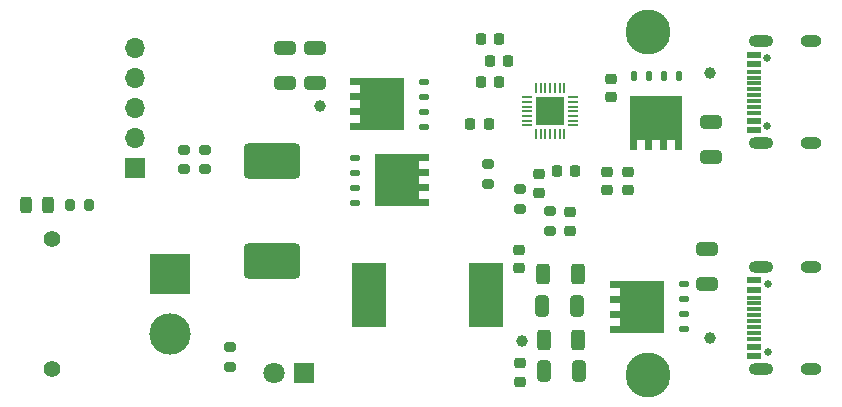
<source format=gts>
G04 #@! TF.GenerationSoftware,KiCad,Pcbnew,8.0.3*
G04 #@! TF.CreationDate,2024-07-01T21:16:25+08:00*
G04 #@! TF.ProjectId,PD board,50442062-6f61-4726-942e-6b696361645f,rev?*
G04 #@! TF.SameCoordinates,Original*
G04 #@! TF.FileFunction,Soldermask,Top*
G04 #@! TF.FilePolarity,Negative*
%FSLAX46Y46*%
G04 Gerber Fmt 4.6, Leading zero omitted, Abs format (unit mm)*
G04 Created by KiCad (PCBNEW 8.0.3) date 2024-07-01 21:16:25*
%MOMM*%
%LPD*%
G01*
G04 APERTURE LIST*
G04 Aperture macros list*
%AMRoundRect*
0 Rectangle with rounded corners*
0 $1 Rounding radius*
0 $2 $3 $4 $5 $6 $7 $8 $9 X,Y pos of 4 corners*
0 Add a 4 corners polygon primitive as box body*
4,1,4,$2,$3,$4,$5,$6,$7,$8,$9,$2,$3,0*
0 Add four circle primitives for the rounded corners*
1,1,$1+$1,$2,$3*
1,1,$1+$1,$4,$5*
1,1,$1+$1,$6,$7*
1,1,$1+$1,$8,$9*
0 Add four rect primitives between the rounded corners*
20,1,$1+$1,$2,$3,$4,$5,0*
20,1,$1+$1,$4,$5,$6,$7,0*
20,1,$1+$1,$6,$7,$8,$9,0*
20,1,$1+$1,$8,$9,$2,$3,0*%
%AMFreePoly0*
4,1,17,2.675000,1.605000,1.875000,1.605000,1.875000,0.935000,2.675000,0.935000,2.675000,0.335000,1.875000,0.335000,1.875000,-0.335000,2.675000,-0.335000,2.675000,-0.935000,1.875000,-0.935000,1.875000,-1.605000,2.675000,-1.605000,2.675000,-2.205000,-1.875000,-2.205000,-1.875000,2.205000,2.675000,2.205000,2.675000,1.605000,2.675000,1.605000,$1*%
G04 Aperture macros list end*
%ADD10C,1.400000*%
%ADD11R,3.500000X3.500000*%
%ADD12C,3.500000*%
%ADD13RoundRect,0.225000X-0.250000X0.225000X-0.250000X-0.225000X0.250000X-0.225000X0.250000X0.225000X0*%
%ADD14RoundRect,0.375000X-2.000000X1.125000X-2.000000X-1.125000X2.000000X-1.125000X2.000000X1.125000X0*%
%ADD15RoundRect,0.225000X0.225000X0.250000X-0.225000X0.250000X-0.225000X-0.250000X0.225000X-0.250000X0*%
%ADD16RoundRect,0.250000X-0.650000X0.325000X-0.650000X-0.325000X0.650000X-0.325000X0.650000X0.325000X0*%
%ADD17RoundRect,0.062500X0.350000X0.062500X-0.350000X0.062500X-0.350000X-0.062500X0.350000X-0.062500X0*%
%ADD18RoundRect,0.062500X0.062500X0.350000X-0.062500X0.350000X-0.062500X-0.350000X0.062500X-0.350000X0*%
%ADD19R,2.400000X2.400000*%
%ADD20C,1.000000*%
%ADD21RoundRect,0.243750X-0.243750X-0.456250X0.243750X-0.456250X0.243750X0.456250X-0.243750X0.456250X0*%
%ADD22R,2.900000X5.400000*%
%ADD23RoundRect,0.250000X-0.325000X-0.650000X0.325000X-0.650000X0.325000X0.650000X-0.325000X0.650000X0*%
%ADD24FreePoly0,0.000000*%
%ADD25RoundRect,0.125000X-0.300000X-0.125000X0.300000X-0.125000X0.300000X0.125000X-0.300000X0.125000X0*%
%ADD26C,0.650000*%
%ADD27R,1.240000X0.600000*%
%ADD28R,1.240000X0.300000*%
%ADD29O,2.100000X1.000000*%
%ADD30O,1.800000X1.000000*%
%ADD31RoundRect,0.200000X0.275000X-0.200000X0.275000X0.200000X-0.275000X0.200000X-0.275000X-0.200000X0*%
%ADD32R,1.800000X1.800000*%
%ADD33C,1.800000*%
%ADD34R,1.700000X1.700000*%
%ADD35O,1.700000X1.700000*%
%ADD36RoundRect,0.225000X0.250000X-0.225000X0.250000X0.225000X-0.250000X0.225000X-0.250000X-0.225000X0*%
%ADD37FreePoly0,180.000000*%
%ADD38RoundRect,0.125000X0.300000X0.125000X-0.300000X0.125000X-0.300000X-0.125000X0.300000X-0.125000X0*%
%ADD39RoundRect,0.200000X0.200000X0.275000X-0.200000X0.275000X-0.200000X-0.275000X0.200000X-0.275000X0*%
%ADD40C,3.800000*%
%ADD41RoundRect,0.250000X0.650000X-0.325000X0.650000X0.325000X-0.650000X0.325000X-0.650000X-0.325000X0*%
%ADD42RoundRect,0.250000X-0.312500X-0.625000X0.312500X-0.625000X0.312500X0.625000X-0.312500X0.625000X0*%
%ADD43RoundRect,0.200000X-0.275000X0.200000X-0.275000X-0.200000X0.275000X-0.200000X0.275000X0.200000X0*%
%ADD44FreePoly0,270.000000*%
%ADD45RoundRect,0.125000X-0.125000X0.300000X-0.125000X-0.300000X0.125000X-0.300000X0.125000X0.300000X0*%
%ADD46RoundRect,0.225000X-0.225000X-0.250000X0.225000X-0.250000X0.225000X0.250000X-0.225000X0.250000X0*%
G04 APERTURE END LIST*
D10*
X53500000Y-81500000D03*
X53500000Y-70500000D03*
D11*
X63500000Y-73500000D03*
D12*
X63500000Y-78500000D03*
D13*
X100475000Y-64825000D03*
X100475000Y-66375000D03*
D14*
X72100000Y-63900000D03*
X72100000Y-72400000D03*
D15*
X91350000Y-53600000D03*
X89800000Y-53600000D03*
D16*
X109300000Y-60625000D03*
X109300000Y-63575000D03*
D17*
X97622500Y-60880000D03*
X97622500Y-60480000D03*
X97622500Y-60080000D03*
X97622500Y-59680000D03*
X97622500Y-59280000D03*
X97622500Y-58880000D03*
X97622500Y-58480000D03*
D18*
X96885000Y-57742500D03*
X96485000Y-57742500D03*
X96085000Y-57742500D03*
X95685000Y-57742500D03*
X95285000Y-57742500D03*
X94885000Y-57742500D03*
X94485000Y-57742500D03*
D17*
X93747500Y-58480000D03*
X93747500Y-58880000D03*
X93747500Y-59280000D03*
X93747500Y-59680000D03*
X93747500Y-60080000D03*
X93747500Y-60480000D03*
X93747500Y-60880000D03*
D18*
X94485000Y-61617500D03*
X94885000Y-61617500D03*
X95285000Y-61617500D03*
X95685000Y-61617500D03*
X96085000Y-61617500D03*
X96485000Y-61617500D03*
X96885000Y-61617500D03*
D19*
X95685000Y-59680000D03*
D20*
X76200000Y-59200000D03*
D21*
X51287500Y-67600000D03*
X53162500Y-67600000D03*
D22*
X80335000Y-75250000D03*
X90235000Y-75250000D03*
D23*
X95010000Y-76180000D03*
X97960000Y-76180000D03*
D24*
X82720000Y-65505000D03*
D25*
X79170000Y-63600000D03*
X79170000Y-64870000D03*
X79170000Y-66140000D03*
X79170000Y-67410000D03*
D26*
X114095000Y-80090000D03*
X114095000Y-74310000D03*
D27*
X112975000Y-80400000D03*
X112975000Y-79600000D03*
D28*
X112975000Y-78450000D03*
X112975000Y-77450000D03*
X112975000Y-76950000D03*
X112975000Y-75950000D03*
D27*
X112975000Y-74800000D03*
X112975000Y-74000000D03*
X112975000Y-74000000D03*
X112975000Y-74800000D03*
D28*
X112975000Y-75450000D03*
X112975000Y-76450000D03*
X112975000Y-77950000D03*
X112975000Y-78950000D03*
D27*
X112975000Y-79600000D03*
X112975000Y-80400000D03*
D29*
X113575000Y-81520000D03*
D30*
X117775000Y-81520000D03*
D29*
X113575000Y-72880000D03*
D30*
X117775000Y-72880000D03*
D31*
X95675000Y-69805000D03*
X95675000Y-68155000D03*
D32*
X74875000Y-81800000D03*
D33*
X72335000Y-81800000D03*
D31*
X66500000Y-64600000D03*
X66500000Y-62950000D03*
D34*
X60500000Y-64500000D03*
D35*
X60500000Y-61960000D03*
X60500000Y-59420000D03*
X60500000Y-56880000D03*
X60500000Y-54340000D03*
D36*
X100800000Y-58475000D03*
X100800000Y-56925000D03*
X97375000Y-69780000D03*
X97375000Y-68230000D03*
D37*
X103450000Y-76235000D03*
D38*
X107000000Y-78140000D03*
X107000000Y-76870000D03*
X107000000Y-75600000D03*
X107000000Y-74330000D03*
D39*
X56650000Y-67600000D03*
X55000000Y-67600000D03*
D31*
X90400000Y-65825000D03*
X90400000Y-64175000D03*
D36*
X93085000Y-72975000D03*
X93085000Y-71425000D03*
D15*
X90475000Y-60800000D03*
X88925000Y-60800000D03*
D40*
X104000000Y-82000000D03*
D23*
X95150000Y-81700000D03*
X98100000Y-81700000D03*
D41*
X109000000Y-74275000D03*
X109000000Y-71325000D03*
D20*
X93300000Y-79100000D03*
D42*
X95072500Y-73450000D03*
X97997500Y-73450000D03*
D43*
X68600000Y-79675000D03*
X68600000Y-81325000D03*
D41*
X75800000Y-57275000D03*
X75800000Y-54325000D03*
D37*
X81425000Y-59095000D03*
D38*
X84975000Y-61000000D03*
X84975000Y-59730000D03*
X84975000Y-58460000D03*
X84975000Y-57190000D03*
D44*
X104670000Y-60250000D03*
D45*
X106575000Y-56700000D03*
X105305000Y-56700000D03*
X104035000Y-56700000D03*
X102765000Y-56700000D03*
D40*
X104000000Y-53000000D03*
D15*
X97775000Y-64700000D03*
X96225000Y-64700000D03*
D26*
X114080000Y-60970000D03*
X114080000Y-55190000D03*
D27*
X112960000Y-61280000D03*
X112960000Y-60480000D03*
D28*
X112960000Y-59330000D03*
X112960000Y-58330000D03*
X112960000Y-57830000D03*
X112960000Y-56830000D03*
D27*
X112960000Y-55680000D03*
X112960000Y-54880000D03*
X112960000Y-54880000D03*
X112960000Y-55680000D03*
D28*
X112960000Y-56330000D03*
X112960000Y-57330000D03*
X112960000Y-58830000D03*
X112960000Y-59830000D03*
D27*
X112960000Y-60480000D03*
X112960000Y-61280000D03*
D29*
X113560000Y-62400000D03*
D30*
X117760000Y-62400000D03*
D29*
X113560000Y-53760000D03*
D30*
X117760000Y-53760000D03*
D15*
X92100000Y-55400000D03*
X90550000Y-55400000D03*
D20*
X109200000Y-78900000D03*
X109200000Y-56400000D03*
D13*
X93100000Y-81025000D03*
X93100000Y-82575000D03*
D42*
X95122500Y-79080000D03*
X98047500Y-79080000D03*
D31*
X64700000Y-64600000D03*
X64700000Y-62950000D03*
D41*
X73200000Y-57275000D03*
X73200000Y-54325000D03*
D13*
X102275000Y-64800000D03*
X102275000Y-66350000D03*
D31*
X93100000Y-67925000D03*
X93100000Y-66275000D03*
D46*
X89810000Y-57180000D03*
X91360000Y-57180000D03*
D36*
X94700000Y-66575000D03*
X94700000Y-65025000D03*
M02*

</source>
